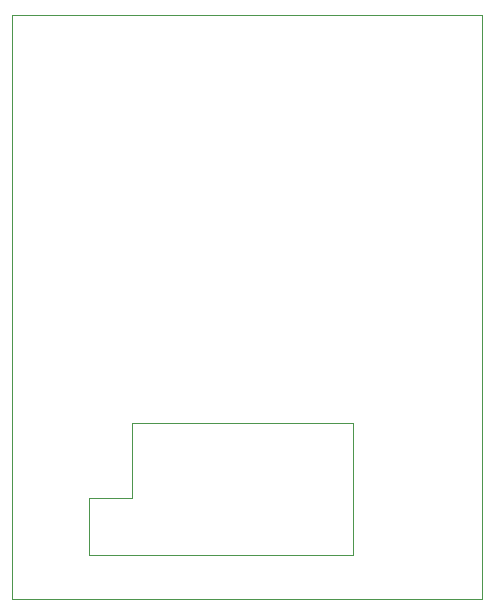
<source format=gbr>
G04 #@! TF.GenerationSoftware,KiCad,Pcbnew,5.1.5*
G04 #@! TF.CreationDate,2020-01-04T22:35:37-05:00*
G04 #@! TF.ProjectId,canairio_hw_pms,63616e61-6972-4696-9f5f-68775f706d73,rev?*
G04 #@! TF.SameCoordinates,PX4c1a6c0PY7ce98a0*
G04 #@! TF.FileFunction,Profile,NP*
%FSLAX46Y46*%
G04 Gerber Fmt 4.6, Leading zero omitted, Abs format (unit mm)*
G04 Created by KiCad (PCBNEW 5.1.5) date 2020-01-04 22:35:37*
%MOMM*%
%LPD*%
G04 APERTURE LIST*
%ADD10C,0.100000*%
%ADD11C,0.120000*%
G04 APERTURE END LIST*
D10*
X39730000Y49446000D02*
X0Y49446000D01*
X0Y3840000D02*
X0Y49446000D01*
X0Y0D02*
X0Y3840000D01*
X39730000Y0D02*
X0Y0D01*
X39730000Y49446000D02*
X39730000Y0D01*
D11*
X6521900Y3700600D02*
X28846100Y3700600D01*
X6521900Y8501200D02*
X6521900Y3700600D01*
X10166300Y8501200D02*
X6521900Y8501200D01*
X10166300Y14857800D02*
X10166300Y8501200D01*
X28846100Y14857800D02*
X10166300Y14857800D01*
X28846100Y3700600D02*
X28846100Y14857800D01*
M02*

</source>
